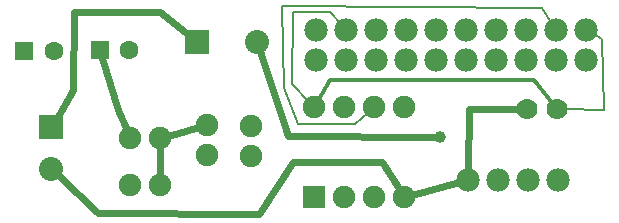
<source format=gtl>
G04 MADE WITH FRITZING*
G04 WWW.FRITZING.ORG*
G04 DOUBLE SIDED*
G04 HOLES PLATED*
G04 CONTOUR ON CENTER OF CONTOUR VECTOR*
%ASAXBY*%
%FSLAX23Y23*%
%MOIN*%
%OFA0B0*%
%SFA1.0B1.0*%
%ADD10C,0.080000*%
%ADD11C,0.039370*%
%ADD12C,0.078000*%
%ADD13C,0.075000*%
%ADD14C,0.070000*%
%ADD15C,0.062992*%
%ADD16R,0.080000X0.080000*%
%ADD17R,0.075000X0.075000*%
%ADD18R,0.062992X0.062992*%
%ADD19C,0.024000*%
%ADD20C,0.008000*%
%ADD21C,0.012000*%
%LNCOPPER1*%
G90*
G70*
G54D10*
X202Y323D03*
X202Y185D03*
X689Y608D03*
X889Y608D03*
G54D11*
X1500Y291D03*
G54D12*
X1985Y648D03*
X1885Y648D03*
X1785Y648D03*
X1685Y648D03*
X1585Y648D03*
X1485Y648D03*
X1385Y648D03*
X1285Y648D03*
X1185Y648D03*
X1085Y648D03*
X1985Y648D03*
X1885Y648D03*
X1785Y648D03*
X1685Y648D03*
X1585Y648D03*
X1485Y648D03*
X1385Y648D03*
X1285Y648D03*
X1185Y648D03*
X1085Y648D03*
X1085Y548D03*
X1185Y548D03*
X1285Y548D03*
X1385Y548D03*
X1485Y548D03*
X1585Y548D03*
X1685Y548D03*
X1785Y548D03*
X1885Y548D03*
X1985Y548D03*
G54D13*
X1079Y90D03*
X1079Y390D03*
X1179Y90D03*
X1179Y390D03*
X1279Y90D03*
X1279Y390D03*
X1379Y90D03*
X1379Y390D03*
G54D14*
X1890Y385D03*
X1790Y385D03*
G54D13*
X870Y229D03*
X870Y329D03*
X722Y232D03*
X722Y332D03*
G54D12*
X1892Y148D03*
X1792Y148D03*
X1692Y148D03*
X1592Y148D03*
G54D15*
X113Y579D03*
X212Y579D03*
G54D13*
X565Y131D03*
X465Y131D03*
X565Y287D03*
X465Y287D03*
G54D15*
X365Y580D03*
X463Y580D03*
G54D16*
X202Y323D03*
X689Y608D03*
G54D17*
X1079Y90D03*
G54D18*
X113Y579D03*
X365Y580D03*
G54D19*
X275Y449D02*
X218Y349D01*
D02*
X564Y707D02*
X280Y706D01*
D02*
X280Y706D02*
X275Y449D01*
D02*
X664Y627D02*
X564Y707D01*
D02*
X358Y38D02*
X225Y163D01*
D02*
X1010Y209D02*
X895Y34D01*
D02*
X895Y34D02*
X358Y38D01*
D02*
X1307Y207D02*
X1010Y209D01*
D02*
X1364Y115D02*
X1307Y207D01*
G54D20*
D02*
X1006Y469D02*
X1063Y407D01*
G54D19*
D02*
X1481Y291D02*
X992Y295D01*
D02*
X992Y295D02*
X898Y579D01*
G54D21*
D02*
X1812Y480D02*
X1877Y401D01*
G54D19*
D02*
X425Y382D02*
X373Y554D01*
G54D21*
D02*
X1133Y480D02*
X1812Y480D01*
D02*
X1091Y410D02*
X1133Y480D01*
G54D20*
D02*
X1008Y708D02*
X1006Y469D01*
D02*
X1131Y706D02*
X1008Y708D01*
D02*
X1168Y666D02*
X1131Y706D01*
G54D19*
D02*
X1407Y98D02*
X1563Y140D01*
D02*
X454Y313D02*
X425Y382D01*
D02*
X593Y295D02*
X695Y324D01*
D02*
X565Y160D02*
X565Y259D01*
G54D20*
D02*
X2040Y616D02*
X2006Y636D01*
D02*
X2044Y381D02*
X2040Y616D01*
D02*
X1911Y384D02*
X2044Y381D01*
D02*
X973Y727D02*
X1840Y721D01*
D02*
X1840Y721D02*
X1872Y669D01*
D02*
X980Y455D02*
X973Y727D01*
D02*
X1216Y334D02*
X1027Y334D01*
D02*
X1027Y334D02*
X980Y455D01*
D02*
X1262Y375D02*
X1216Y334D01*
G54D19*
D02*
X1593Y178D02*
X1594Y385D01*
D02*
X1594Y385D02*
X1764Y385D01*
G04 End of Copper1*
M02*
</source>
